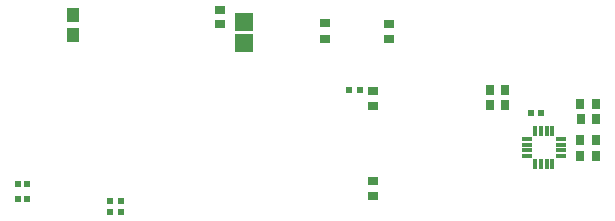
<source format=gbp>
G04*
G04 #@! TF.GenerationSoftware,Altium Limited,Altium Designer,24.2.2 (26)*
G04*
G04 Layer_Color=128*
%FSLAX44Y44*%
%MOMM*%
G71*
G04*
G04 #@! TF.SameCoordinates,C4595460-78FA-4AA4-93EF-E7DD031D073C*
G04*
G04*
G04 #@! TF.FilePolarity,Positive*
G04*
G01*
G75*
%ADD21R,0.5200X0.5200*%
%ADD28R,0.7500X0.8500*%
%ADD29R,0.8500X0.7000*%
%ADD33R,0.5500X0.5500*%
%ADD37R,0.8500X0.7500*%
%ADD73R,1.5500X1.5000*%
%ADD74R,1.0500X1.1500*%
%ADD75R,0.8000X0.9500*%
G04:AMPARAMS|DCode=76|XSize=0.84mm|YSize=0.26mm|CornerRadius=0.0325mm|HoleSize=0mm|Usage=FLASHONLY|Rotation=270.000|XOffset=0mm|YOffset=0mm|HoleType=Round|Shape=RoundedRectangle|*
%AMROUNDEDRECTD76*
21,1,0.8400,0.1950,0,0,270.0*
21,1,0.7750,0.2600,0,0,270.0*
1,1,0.0650,-0.0975,-0.3875*
1,1,0.0650,-0.0975,0.3875*
1,1,0.0650,0.0975,0.3875*
1,1,0.0650,0.0975,-0.3875*
%
%ADD76ROUNDEDRECTD76*%
G04:AMPARAMS|DCode=77|XSize=0.84mm|YSize=0.26mm|CornerRadius=0.0325mm|HoleSize=0mm|Usage=FLASHONLY|Rotation=180.000|XOffset=0mm|YOffset=0mm|HoleType=Round|Shape=RoundedRectangle|*
%AMROUNDEDRECTD77*
21,1,0.8400,0.1950,0,0,180.0*
21,1,0.7750,0.2600,0,0,180.0*
1,1,0.0650,-0.3875,0.0975*
1,1,0.0650,0.3875,0.0975*
1,1,0.0650,0.3875,-0.0975*
1,1,0.0650,-0.3875,-0.0975*
%
%ADD77ROUNDEDRECTD77*%
%ADD78R,0.7000X0.8500*%
D21*
X515000Y169250D02*
D03*
X507000D02*
D03*
X72250Y96500D02*
D03*
X80250D02*
D03*
X72250Y109500D02*
D03*
X80250D02*
D03*
D28*
X471750Y176250D02*
D03*
X484750D02*
D03*
X484750Y188750D02*
D03*
X471750D02*
D03*
D29*
X243750Y256750D02*
D03*
Y244250D02*
D03*
D33*
X150750Y85000D02*
D03*
X159750D02*
D03*
Y94500D02*
D03*
X150750D02*
D03*
X352749Y188601D02*
D03*
X361749D02*
D03*
D37*
X386750Y231750D02*
D03*
Y244750D02*
D03*
X332500Y245250D02*
D03*
Y232250D02*
D03*
X372749Y98941D02*
D03*
Y111941D02*
D03*
Y188141D02*
D03*
Y175141D02*
D03*
D73*
X263750Y246250D02*
D03*
Y228250D02*
D03*
D74*
X119000Y235000D02*
D03*
Y252000D02*
D03*
D75*
X562000Y146750D02*
D03*
X548500D02*
D03*
X562000Y133250D02*
D03*
X548500D02*
D03*
X562000Y176750D02*
D03*
X548500D02*
D03*
D76*
X510000Y125650D02*
D03*
X515000D02*
D03*
X520000D02*
D03*
X525000D02*
D03*
Y154350D02*
D03*
X520000D02*
D03*
X515000D02*
D03*
X510000D02*
D03*
D77*
X503150Y147500D02*
D03*
Y142500D02*
D03*
Y137500D02*
D03*
Y132500D02*
D03*
X531850D02*
D03*
Y137500D02*
D03*
Y142500D02*
D03*
Y147500D02*
D03*
D78*
X549500Y163750D02*
D03*
X562000D02*
D03*
M02*

</source>
